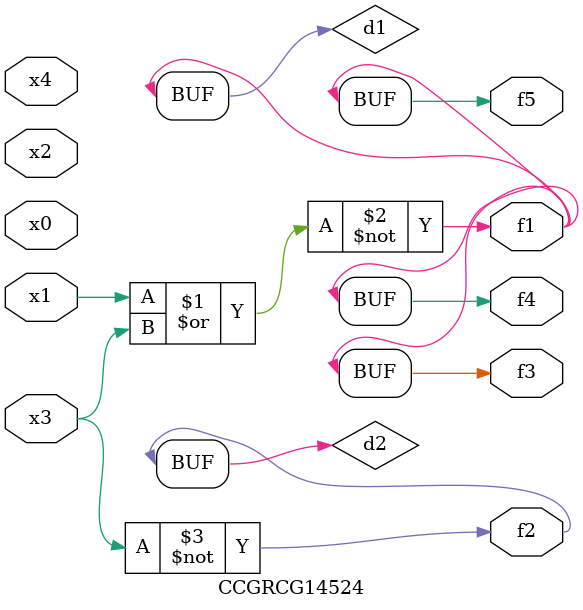
<source format=v>
module CCGRCG14524(
	input x0, x1, x2, x3, x4,
	output f1, f2, f3, f4, f5
);

	wire d1, d2;

	nor (d1, x1, x3);
	not (d2, x3);
	assign f1 = d1;
	assign f2 = d2;
	assign f3 = d1;
	assign f4 = d1;
	assign f5 = d1;
endmodule

</source>
